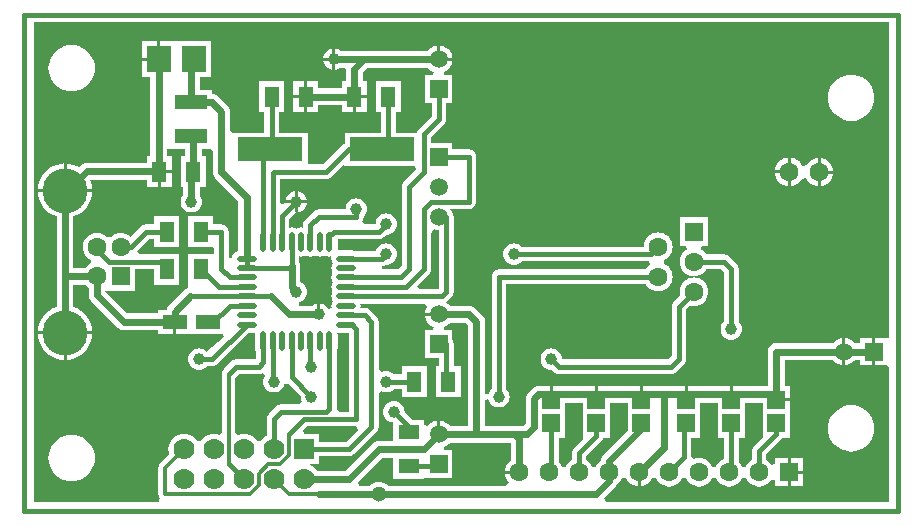
<source format=gbl>
%FSLAX25Y25*%
%MOIN*%
G70*
G01*
G75*
G04 Layer_Physical_Order=2*
G04 Layer_Color=16711680*
%ADD10C,0.01600*%
%ADD11C,0.02400*%
%ADD12C,0.05906*%
%ADD13R,0.05906X0.05906*%
%ADD14C,0.14961*%
%ADD15R,0.06299X0.06299*%
%ADD16C,0.06299*%
%ADD17C,0.07000*%
%ADD18R,0.07000X0.07000*%
%ADD19R,0.05906X0.05906*%
%ADD20R,0.06299X0.06299*%
%ADD21C,0.05118*%
%ADD22C,0.03937*%
%ADD23C,0.03937*%
%ADD24R,0.05906X0.06299*%
%ADD25R,0.05118X0.07087*%
%ADD26R,0.07087X0.05118*%
%ADD27R,0.10630X0.05118*%
%ADD28R,0.21654X0.07874*%
%ADD29O,0.06496X0.02165*%
%ADD30O,0.02165X0.06496*%
%ADD31R,0.07874X0.04724*%
%ADD32R,0.07874X0.08661*%
%ADD33C,0.01200*%
G36*
X276405Y242770D02*
X277083Y242070D01*
X277018Y241992D01*
X276687Y241372D01*
X276483Y240700D01*
X276414Y240000D01*
X276483Y239300D01*
X276687Y238628D01*
X277018Y238008D01*
X277465Y237464D01*
X278008Y237018D01*
X278628Y236687D01*
X279300Y236483D01*
X280000Y236414D01*
X280699Y236483D01*
X281372Y236687D01*
X281992Y237018D01*
X282536Y237464D01*
X282981Y238008D01*
X283313Y238628D01*
X283471Y239150D01*
X283916Y239261D01*
X284914Y239163D01*
X288929Y235148D01*
X288914Y235000D01*
X288983Y234300D01*
X289187Y233628D01*
X289282Y233450D01*
X288665Y232421D01*
X282500D01*
X281873Y232338D01*
X281290Y232096D01*
X280788Y231712D01*
X278288Y229212D01*
X277904Y228710D01*
X277662Y228127D01*
X277579Y227500D01*
Y221989D01*
X277153Y221761D01*
X276376Y221124D01*
X275739Y220347D01*
X275600Y220087D01*
X274400D01*
X274261Y220347D01*
X273624Y221124D01*
X272847Y221761D01*
X271961Y222235D01*
X271000Y222526D01*
X270000Y222625D01*
X269000Y222526D01*
X268183Y222278D01*
X267219Y222993D01*
Y241296D01*
X268503Y242579D01*
X275000D01*
X275626Y242662D01*
X276207Y242902D01*
X276405Y242770D01*
D02*
G37*
G36*
X303774Y311963D02*
Y311963D01*
X303774Y311963D01*
X326972D01*
X327431Y310854D01*
X323288Y306712D01*
X322904Y306210D01*
X322662Y305627D01*
X322579Y305000D01*
Y278503D01*
X321497Y277421D01*
X316218D01*
X316139Y278618D01*
X316650Y278685D01*
X317234Y278927D01*
X317249Y278939D01*
X317500Y278914D01*
X318199Y278983D01*
X318872Y279187D01*
X319492Y279519D01*
X320036Y279964D01*
X320481Y280508D01*
X320813Y281128D01*
X321017Y281801D01*
X321086Y282500D01*
X321017Y283200D01*
X320813Y283872D01*
X320481Y284492D01*
X320036Y285035D01*
X319492Y285482D01*
X318872Y285813D01*
X318199Y286017D01*
X317500Y286086D01*
X316800Y286017D01*
X316128Y285813D01*
X315508Y285482D01*
X314965Y285035D01*
X314518Y284492D01*
X314187Y283872D01*
X314057Y283444D01*
X307367D01*
X306901Y283637D01*
X306201Y283729D01*
X301870D01*
X301227Y284341D01*
X301229Y284370D01*
X301229Y284370D01*
X301229D01*
Y287579D01*
X315000D01*
X315627Y287662D01*
X316210Y287904D01*
X316712Y288288D01*
X316712Y288288D01*
X316712Y288288D01*
X317352Y288929D01*
X317500Y288914D01*
X318199Y288983D01*
X318872Y289187D01*
X319492Y289518D01*
X320036Y289965D01*
X320481Y290508D01*
X320813Y291128D01*
X321017Y291800D01*
X321086Y292500D01*
X321017Y293199D01*
X320813Y293872D01*
X320481Y294492D01*
X320036Y295036D01*
X319492Y295481D01*
X318872Y295813D01*
X318199Y296017D01*
X317500Y296086D01*
X316800Y296017D01*
X316128Y295813D01*
X315508Y295481D01*
X314965Y295036D01*
X314518Y294492D01*
X314187Y293872D01*
X313983Y293199D01*
X313914Y292500D01*
X313842Y292421D01*
X309903D01*
X309372Y293497D01*
X309596Y293790D01*
X309838Y294373D01*
X309838Y294373D01*
Y294373D01*
X310482Y295508D01*
X310482Y295508D01*
X310482D01*
X310813Y296128D01*
X311017Y296800D01*
X311086Y297500D01*
X311017Y298200D01*
X310813Y298872D01*
X310482Y299492D01*
X310035Y300036D01*
X309492Y300482D01*
X308872Y300813D01*
X308200Y301017D01*
X307500Y301086D01*
X306801Y301017D01*
X306128Y300813D01*
X305508Y300482D01*
X304964Y300036D01*
X304519Y299492D01*
X304187Y298872D01*
X303983Y298200D01*
X303914Y297500D01*
X303842Y297421D01*
X295000D01*
X294373Y297338D01*
X293790Y297096D01*
X293288Y296712D01*
X290513Y293936D01*
X290128Y293435D01*
X289886Y292851D01*
X289804Y292224D01*
Y291334D01*
X289075Y291407D01*
X289075D01*
D01*
X289075Y291407D01*
Y291407D01*
D01*
D01*
D01*
X288374Y291314D01*
X287722Y291044D01*
X287500Y290874D01*
X287278Y291044D01*
X286626Y291314D01*
X286626D01*
X285925Y291407D01*
D01*
D01*
D01*
X285925Y291407D01*
D01*
D01*
D01*
X285925D01*
X285196Y291334D01*
Y294273D01*
X287352Y296429D01*
X287000Y296463D01*
Y299500D01*
X283963D01*
X283927Y299873D01*
X282963Y299159D01*
X282047Y299538D01*
Y307579D01*
X297500D01*
X298127Y307662D01*
X298710Y307904D01*
X299212Y308288D01*
X299212Y308288D01*
X299212Y308288D01*
X303146Y312223D01*
X303774Y311963D01*
D02*
G37*
G36*
X485000Y307500D02*
Y254553D01*
X484553D01*
Y254553D01*
X480500D01*
Y249999D01*
Y245447D01*
X484553D01*
D01*
X484553D01*
X485000Y245000D01*
Y200000D01*
X390562D01*
X390103Y201109D01*
X393769Y204775D01*
X394217Y205360D01*
X394217Y205360D01*
D01*
D01*
X395146Y206429D01*
X395146Y206429D01*
X395146D01*
X395740Y207152D01*
X396172Y207959D01*
X397372D01*
X397803Y207152D01*
X398397Y206429D01*
X399120Y205835D01*
X399945Y205394D01*
X400841Y205122D01*
X401272Y205080D01*
Y209804D01*
X402272D01*
Y205080D01*
X402703Y205122D01*
X403598Y205394D01*
X404423Y205835D01*
X405146Y206429D01*
X405740Y207152D01*
X406172Y207959D01*
X407372D01*
X407803Y207152D01*
X408397Y206429D01*
X409120Y205835D01*
X409945Y205394D01*
X410841Y205122D01*
X411772Y205031D01*
X412703Y205122D01*
X413598Y205394D01*
X414423Y205835D01*
X415146Y206429D01*
X415740Y207152D01*
X416172Y207959D01*
X417372D01*
X417803Y207152D01*
X418397Y206429D01*
X419120Y205835D01*
X419945Y205394D01*
X420841Y205122D01*
X421772Y205031D01*
X422703Y205122D01*
X423598Y205394D01*
X424423Y205835D01*
X425146Y206429D01*
X425740Y207152D01*
X426172Y207959D01*
X427372D01*
X427803Y207152D01*
X428397Y206429D01*
X429120Y205835D01*
X429945Y205394D01*
X430840Y205122D01*
X431772Y205031D01*
X432703Y205122D01*
X433598Y205394D01*
X434423Y205835D01*
X435146Y206429D01*
X435740Y207152D01*
X436172Y207959D01*
X437372D01*
X437803Y207152D01*
X438397Y206429D01*
X439120Y205835D01*
X439945Y205394D01*
X440840Y205122D01*
X441772Y205031D01*
X442703Y205122D01*
X443598Y205394D01*
X444423Y205835D01*
X445146Y206429D01*
X445740Y207152D01*
X445858Y207373D01*
X447022Y207081D01*
Y205054D01*
X451272D01*
Y209802D01*
Y214553D01*
X447022D01*
Y212525D01*
X445858Y212234D01*
X445740Y212455D01*
X445146Y213178D01*
X444423Y213772D01*
X444192Y213895D01*
Y215769D01*
X449212Y220788D01*
X449596Y221290D01*
X449606Y221313D01*
X452053D01*
Y229187D01*
Y233437D01*
X447499D01*
Y234437D01*
X452053D01*
Y238687D01*
X450324D01*
Y247176D01*
X466428D01*
X466765Y246765D01*
X467458Y246196D01*
X468249Y245774D01*
X469107Y245513D01*
X469500Y245475D01*
Y249999D01*
Y254525D01*
X469107Y254487D01*
X468249Y254226D01*
X467458Y253804D01*
X466765Y253235D01*
X466428Y252824D01*
X447500D01*
X446769Y252728D01*
X446088Y252446D01*
X445503Y251997D01*
Y251997D01*
X445054Y251412D01*
X444855Y250930D01*
X444772Y250731D01*
X444676Y250000D01*
Y238687D01*
X442947D01*
Y238533D01*
X437053D01*
Y238687D01*
X433000D01*
Y233936D01*
X432000D01*
Y238687D01*
X427947D01*
Y238533D01*
X422053D01*
Y238687D01*
X418000D01*
Y233936D01*
X417000D01*
Y238687D01*
X412947D01*
Y238533D01*
X407053D01*
Y238687D01*
X403000D01*
Y233936D01*
X402000D01*
Y238687D01*
X397947D01*
Y238533D01*
X392053D01*
Y238687D01*
X388000D01*
Y233936D01*
X387000D01*
Y238687D01*
X382947D01*
Y238533D01*
X377053D01*
Y238687D01*
X373000D01*
Y233936D01*
X372000D01*
Y238687D01*
X367947D01*
Y238498D01*
X367478Y238437D01*
X367278Y238354D01*
X366797Y238155D01*
X366212Y237706D01*
X364775Y236269D01*
X364326Y235684D01*
X364126Y235202D01*
X364044Y235003D01*
X363947Y234272D01*
Y226170D01*
X363102Y225324D01*
X350324D01*
Y234032D01*
X351511Y234208D01*
X351687Y233628D01*
X352018Y233008D01*
X352465Y232465D01*
X353008Y232018D01*
X353628Y231687D01*
X354300Y231483D01*
X355000Y231414D01*
X355699Y231483D01*
X356372Y231687D01*
X356992Y232018D01*
X357536Y232465D01*
X357981Y233008D01*
X358313Y233628D01*
X358517Y234300D01*
X358586Y235000D01*
X358517Y235700D01*
X358313Y236372D01*
X357981Y236992D01*
X357536Y237536D01*
X357421Y237630D01*
Y272579D01*
X404097D01*
X404221Y272348D01*
X404814Y271625D01*
X405538Y271032D01*
X406363Y270591D01*
X407258Y270319D01*
X408189Y270227D01*
X409120Y270319D01*
X410015Y270591D01*
X410841Y271032D01*
X411564Y271625D01*
X412157Y272348D01*
X412598Y273174D01*
X412870Y274069D01*
X412962Y275000D01*
X412870Y275931D01*
X412598Y276826D01*
X412157Y277652D01*
X411564Y278375D01*
X410841Y278968D01*
X410033Y279400D01*
Y280600D01*
X410841Y281032D01*
X411564Y281625D01*
X412157Y282348D01*
X412598Y283174D01*
X412870Y284069D01*
X412962Y285000D01*
X412870Y285931D01*
X412598Y286826D01*
X412157Y287651D01*
X411564Y288375D01*
X410841Y288968D01*
X410015Y289409D01*
X409120Y289681D01*
X408189Y289773D01*
X407258Y289681D01*
X406363Y289409D01*
X405538Y288968D01*
X404814Y288375D01*
X404221Y287651D01*
X403780Y286826D01*
X403508Y285931D01*
X403416Y285000D01*
X403344Y284921D01*
X362630D01*
X362536Y285035D01*
X361992Y285482D01*
X361372Y285813D01*
X360700Y286017D01*
X360000Y286086D01*
X359300Y286017D01*
X358628Y285813D01*
X358008Y285482D01*
X357465Y285035D01*
X357018Y284492D01*
X356687Y283872D01*
X356483Y283200D01*
X356414Y282500D01*
X356483Y281801D01*
X356687Y281128D01*
X357018Y280508D01*
X357465Y279964D01*
X358008Y279519D01*
X358628Y279187D01*
X359300Y278983D01*
X360000Y278914D01*
X360700Y278983D01*
X361372Y279187D01*
X361992Y279519D01*
X362536Y279964D01*
X362630Y280079D01*
X404944D01*
X405448Y279136D01*
X405514Y278949D01*
X404814Y278375D01*
X404221Y277652D01*
X404097Y277421D01*
X355000D01*
X354374Y277338D01*
X353790Y277096D01*
X353288Y276712D01*
X352904Y276210D01*
X352662Y275626D01*
X352579Y275000D01*
Y237630D01*
X352465Y237536D01*
X352018Y236992D01*
X351687Y236372D01*
X351511Y235792D01*
X350324Y235968D01*
Y260000D01*
X350228Y260731D01*
X349946Y261412D01*
X349497Y261997D01*
X346997Y264497D01*
X346412Y264946D01*
X345930Y265145D01*
X345731Y265228D01*
X345000Y265324D01*
X338572D01*
X338235Y265735D01*
X337542Y266304D01*
X337516Y266620D01*
X337637Y266714D01*
X339212Y268288D01*
X339212Y268288D01*
X339212Y268288D01*
X339596Y268790D01*
X339838Y269373D01*
X339921Y270000D01*
Y295000D01*
X339838Y295626D01*
X339596Y296210D01*
X339256Y296654D01*
X339227Y296751D01*
X338804Y297542D01*
X338822Y297579D01*
X345000D01*
X345626Y297662D01*
X346210Y297904D01*
X346712Y298288D01*
X347096Y298790D01*
X347338Y299374D01*
X347421Y300000D01*
Y315000D01*
X347338Y315627D01*
X347096Y316210D01*
X346712Y316712D01*
X346210Y317096D01*
X345626Y317338D01*
X345000Y317421D01*
X339553D01*
Y319553D01*
X332421D01*
Y321497D01*
X336712Y325788D01*
X336712Y325788D01*
X336712Y325788D01*
X337096Y326290D01*
X337338Y326873D01*
X337421Y327500D01*
Y332947D01*
X339553D01*
Y342053D01*
X336816D01*
X336640Y343240D01*
X336751Y343273D01*
X337542Y343696D01*
X338235Y344265D01*
X338804Y344958D01*
X339227Y345749D01*
X339487Y346607D01*
X339526Y347000D01*
X334999D01*
Y347499D01*
X334500D01*
Y352026D01*
X334107Y351987D01*
X333249Y351727D01*
X332458Y351304D01*
X331765Y350735D01*
X331428Y350324D01*
X302184D01*
X301992Y350482D01*
X301372Y350813D01*
X300699Y351017D01*
X300500Y351037D01*
Y347499D01*
Y343964D01*
X300699Y343983D01*
X301372Y344187D01*
X301992Y344518D01*
X302184Y344676D01*
X303630D01*
X303967Y344291D01*
Y340143D01*
X302632D01*
Y337824D01*
X294868D01*
Y340143D01*
X291209D01*
Y334999D01*
Y329857D01*
X294868D01*
Y332176D01*
X302632D01*
Y329857D01*
X306291D01*
Y335001D01*
X306790D01*
Y335500D01*
X310950D01*
Y340143D01*
X309615D01*
Y343122D01*
X311170Y344676D01*
X331428D01*
X331765Y344265D01*
X332458Y343696D01*
X333249Y343273D01*
X333360Y343240D01*
X333184Y342053D01*
X330447D01*
Y332947D01*
X332579D01*
Y328503D01*
X328288Y324212D01*
X327904Y323710D01*
X327662Y323127D01*
X327650Y323037D01*
X320629D01*
Y329857D01*
X322368D01*
Y340143D01*
X314050D01*
Y329857D01*
X315788D01*
Y323037D01*
X303774D01*
Y319584D01*
X303288Y319212D01*
X296497Y312421D01*
X291226D01*
Y323037D01*
X281712D01*
Y329857D01*
X283450D01*
Y340143D01*
X275132D01*
Y329857D01*
X276871D01*
Y323037D01*
X266372D01*
Y323037D01*
X266173D01*
X265324Y323886D01*
Y330000D01*
X265228Y330731D01*
X265145Y330930D01*
X264946Y331412D01*
X264497Y331997D01*
X261288Y335206D01*
X260703Y335654D01*
X260222Y335854D01*
X260022Y335937D01*
X259415Y336017D01*
Y337368D01*
X255324D01*
Y341569D01*
X258943D01*
Y353431D01*
X247868D01*
D01*
D01*
X247868Y353431D01*
X247131D01*
Y353431D01*
X242094D01*
Y347499D01*
X241596D01*
Y347000D01*
X236057D01*
Y341569D01*
X238770D01*
Y315143D01*
X237632D01*
Y313021D01*
X217697D01*
X216966Y312925D01*
X216567Y312759D01*
X216285Y312643D01*
X215700Y312194D01*
X215021Y311515D01*
X214529Y311816D01*
X213208Y312363D01*
X211819Y312697D01*
X210894Y312770D01*
Y304201D01*
X219463D01*
X219390Y305126D01*
X219056Y306515D01*
X218750Y307256D01*
X218867Y307373D01*
X237632D01*
Y304857D01*
X241291D01*
Y310001D01*
X241790D01*
Y310500D01*
X245950D01*
Y315143D01*
X244419D01*
Y317632D01*
X245585D01*
Y317632D01*
X250384D01*
Y315143D01*
X249050D01*
Y304857D01*
X249676D01*
Y302184D01*
X249518Y301992D01*
X249187Y301372D01*
X248983Y300699D01*
X248914Y300000D01*
X248983Y299301D01*
X249187Y298628D01*
X249518Y298008D01*
X249964Y297464D01*
X250508Y297019D01*
X251128Y296687D01*
X251800Y296483D01*
X252500Y296414D01*
X253200Y296483D01*
X253872Y296687D01*
X254492Y297019D01*
X255035Y297464D01*
X255482Y298008D01*
X255813Y298628D01*
X256017Y299301D01*
X256086Y300000D01*
X256017Y300699D01*
X255813Y301372D01*
X255482Y301992D01*
X255324Y302184D01*
Y304857D01*
X257368D01*
Y315143D01*
X256033D01*
Y317632D01*
X258827D01*
X259676Y316784D01*
Y310000D01*
X259772Y309269D01*
X259855Y309070D01*
X260054Y308588D01*
X260503Y308003D01*
X268140Y300366D01*
Y283643D01*
X268099Y283637D01*
X267446Y283367D01*
X266886Y282937D01*
X266456Y282377D01*
X266186Y281724D01*
X266118Y281212D01*
X264921Y281290D01*
Y290000D01*
X264838Y290627D01*
X264596Y291210D01*
X264212Y291712D01*
X263710Y292096D01*
X263126Y292338D01*
X262500Y292421D01*
X262500Y292421D01*
X259868D01*
Y295143D01*
X251550D01*
Y284857D01*
X259868D01*
D01*
X259868D01*
X260079Y284645D01*
Y282643D01*
X259868D01*
Y282643D01*
X251550D01*
Y272357D01*
X251550D01*
Y271179D01*
X251356Y271153D01*
X250675Y270871D01*
X250090Y270422D01*
X244991Y265324D01*
X244542Y264739D01*
X244343Y264257D01*
X244260Y264058D01*
X244248Y263962D01*
X241451D01*
Y262824D01*
X231170D01*
X223887Y270107D01*
Y270329D01*
X224187D01*
Y270329D01*
X233687D01*
Y277579D01*
X240132D01*
Y272357D01*
X248450D01*
Y282643D01*
X240132D01*
Y282421D01*
X234912D01*
X234453Y283529D01*
X238503Y287579D01*
X240132D01*
Y284857D01*
X248450D01*
Y295143D01*
X240132D01*
Y292421D01*
X237500D01*
X236874Y292338D01*
X236290Y292096D01*
X235788Y291712D01*
X232370Y288293D01*
X232312Y288296D01*
X231589Y288890D01*
X230763Y289331D01*
X229868Y289602D01*
X228937Y289694D01*
X228006Y289602D01*
X227111Y289331D01*
X226286Y288890D01*
X225562Y288296D01*
X224438D01*
X223714Y288890D01*
X222889Y289331D01*
X221994Y289602D01*
X221063Y289694D01*
X220132Y289602D01*
X219237Y289331D01*
X218411Y288890D01*
X217688Y288296D01*
X217095Y287573D01*
X216654Y286748D01*
X216382Y285852D01*
X216290Y284921D01*
X216382Y283990D01*
X216654Y283095D01*
X217095Y282270D01*
X217688Y281546D01*
X218411Y280953D01*
X219072Y280600D01*
Y279400D01*
X218411Y279047D01*
X217688Y278453D01*
X217236Y277903D01*
X213218D01*
Y295042D01*
X214529Y295585D01*
X215747Y296332D01*
X216834Y297260D01*
X217762Y298347D01*
X218509Y299566D01*
X219056Y300886D01*
X219390Y302276D01*
X219463Y303201D01*
X201325D01*
X201397Y302276D01*
X201731Y300886D01*
X202278Y299566D01*
X203025Y298347D01*
X203953Y297260D01*
X205040Y296332D01*
X206259Y295585D01*
X207570Y295042D01*
Y275000D01*
Y264958D01*
X206259Y264415D01*
X205040Y263668D01*
X203953Y262740D01*
X203025Y261653D01*
X202278Y260434D01*
X201731Y259114D01*
X201397Y257724D01*
X201325Y256799D01*
X219463D01*
X219390Y257724D01*
X219056Y259114D01*
X218509Y260434D01*
X217762Y261653D01*
X216834Y262740D01*
X215747Y263668D01*
X214529Y264415D01*
X213218Y264958D01*
Y272255D01*
X217236D01*
X217688Y271704D01*
X218239Y271252D01*
Y268937D01*
X218335Y268206D01*
X218418Y268007D01*
X218617Y267525D01*
X219066Y266940D01*
X228003Y258003D01*
X228588Y257554D01*
X229070Y257355D01*
X229269Y257272D01*
X230000Y257176D01*
X241451D01*
Y256038D01*
X246488D01*
Y260001D01*
X247488D01*
Y256038D01*
X263035D01*
X263494Y254929D01*
X263473Y254908D01*
X257536Y250036D01*
X256992Y250482D01*
X256372Y250813D01*
X255699Y251017D01*
X255000Y251086D01*
X254300Y251017D01*
X253628Y250813D01*
X253008Y250482D01*
X252465Y250036D01*
X252018Y249492D01*
X251687Y248872D01*
X251483Y248200D01*
X251414Y247500D01*
X251483Y246800D01*
X251687Y246128D01*
X252018Y245508D01*
X252465Y244965D01*
X253008Y244518D01*
X253628Y244187D01*
X254300Y243983D01*
X255000Y243914D01*
X255699Y243983D01*
X256372Y244187D01*
X256992Y244518D01*
X257536Y244965D01*
X257630Y245079D01*
X259488D01*
X260115Y245162D01*
X260699Y245404D01*
X261200Y245788D01*
X271682Y256271D01*
X273130D01*
X273830Y256363D01*
X273830Y256363D01*
X273771Y255630D01*
X273770Y255630D01*
X273771D01*
Y251299D01*
X273863Y250599D01*
X274056Y250133D01*
Y247479D01*
X273997Y247421D01*
X267500D01*
X266874Y247338D01*
X266290Y247096D01*
X265788Y246712D01*
X263288Y244212D01*
X262904Y243710D01*
X262662Y243127D01*
X262579Y242500D01*
X262662Y241874D01*
X262781Y241586D01*
Y222993D01*
X261817Y222278D01*
X261000Y222526D01*
X260000Y222625D01*
X259000Y222526D01*
X258039Y222235D01*
X257153Y221761D01*
X256376Y221124D01*
X255739Y220347D01*
X255600Y220087D01*
X254400D01*
X254261Y220347D01*
X253624Y221124D01*
X252847Y221761D01*
X251961Y222235D01*
X251000Y222526D01*
X250000Y222625D01*
X249000Y222526D01*
X248039Y222235D01*
X247153Y221761D01*
X246376Y221124D01*
X245739Y220347D01*
X245265Y219461D01*
X244974Y218500D01*
X244875Y217500D01*
X244974Y216500D01*
X245181Y215819D01*
X242181Y212819D01*
X241828Y212359D01*
X241607Y211824D01*
X241531Y211250D01*
X241531Y211250D01*
Y202500D01*
X241607Y201926D01*
X241828Y201391D01*
X242069Y201076D01*
X241668Y200263D01*
X241467Y200000D01*
X200000D01*
Y360000D01*
X485000D01*
Y307500D01*
D02*
G37*
G36*
X308087Y224010D02*
X303997Y219921D01*
X295100D01*
Y222600D01*
X290091D01*
X289632Y223709D01*
X291003Y225079D01*
X307500D01*
X307556Y225087D01*
X308087Y224010D01*
D02*
G37*
G36*
X334107Y290513D02*
X335000Y290425D01*
X335079Y290353D01*
Y271003D01*
X334923Y270846D01*
X328337D01*
X327878Y271955D01*
X331712Y275788D01*
X331712Y275788D01*
X331712Y275788D01*
X332096Y276290D01*
X332338Y276873D01*
X332421Y277500D01*
Y289223D01*
X333124Y290539D01*
X333385Y290732D01*
X334107Y290513D01*
D02*
G37*
G36*
X297171Y282027D02*
X297823Y281756D01*
X298524Y281664D01*
X299224Y281756D01*
X299224Y281756D01*
X299164Y281024D01*
D01*
X299164Y281024D01*
X299164D01*
X299256Y280323D01*
X299527Y279671D01*
X299697Y279449D01*
X299527Y279227D01*
X299256Y278574D01*
X299164Y277874D01*
X299256Y277174D01*
X299527Y276521D01*
X299697Y276299D01*
X299527Y276077D01*
X299256Y275425D01*
X299164Y274724D01*
X299256Y274024D01*
X299527Y273372D01*
X299697Y273150D01*
X299527Y272928D01*
X299256Y272275D01*
X299164Y271575D01*
X299256Y270875D01*
X299527Y270222D01*
X299697Y270000D01*
X299527Y269778D01*
X299256Y269126D01*
X299164Y268425D01*
X299256Y267725D01*
X299527Y267072D01*
X299697Y266850D01*
X299527Y266629D01*
X299256Y265976D01*
X299164Y265276D01*
X299250Y264623D01*
X298108Y264256D01*
X297982Y264492D01*
X297535Y265036D01*
X296992Y265481D01*
X296372Y265813D01*
X295700Y266017D01*
X295500Y266037D01*
Y262499D01*
X294500D01*
Y266037D01*
X294301Y266017D01*
X293628Y265813D01*
X293008Y265481D01*
X292816Y265324D01*
X288468D01*
X288292Y266511D01*
X288872Y266687D01*
X289492Y267019D01*
X290036Y267464D01*
X290481Y268008D01*
X290813Y268628D01*
X291017Y269301D01*
X291086Y270000D01*
X291017Y270700D01*
X290813Y271372D01*
X290481Y271992D01*
X290036Y272535D01*
X289492Y272982D01*
X288872Y273313D01*
X288749Y273350D01*
Y278425D01*
X288653Y279156D01*
X288371Y279837D01*
X288346Y279870D01*
Y281737D01*
X289075Y281664D01*
X289075D01*
D01*
X289075Y281664D01*
Y281664D01*
D01*
D01*
D01*
X289775Y281756D01*
X290428Y282027D01*
X290650Y282197D01*
X290872Y282027D01*
X291524Y281756D01*
X292224Y281664D01*
X292925Y281756D01*
X293577Y282027D01*
X293799Y282197D01*
X294021Y282027D01*
X294674Y281756D01*
X295374Y281664D01*
X296074Y281756D01*
X296727Y282027D01*
X296949Y282197D01*
X297171Y282027D01*
D02*
G37*
G36*
X301870Y256271D02*
X301870D01*
X305079D01*
Y229921D01*
X301709D01*
X300918Y230823D01*
X300944Y231024D01*
Y250133D01*
X301137Y250599D01*
X301229Y251299D01*
Y255630D01*
X301229Y255630D01*
X301229Y255630D01*
X301170Y256363D01*
X301870Y256271D01*
D02*
G37*
G36*
X331048Y265163D02*
X331161Y264975D01*
X330773Y264251D01*
X330513Y263392D01*
X330474Y263000D01*
X335001D01*
Y262000D01*
X330474D01*
X330513Y261608D01*
X330773Y260749D01*
X331196Y259958D01*
X331765Y259265D01*
X332458Y258696D01*
X333249Y258274D01*
X333360Y258240D01*
X333184Y257053D01*
X330447D01*
Y247947D01*
X335079D01*
Y245143D01*
X334050D01*
Y234857D01*
X342368D01*
Y245143D01*
X339921D01*
Y252500D01*
X339838Y253127D01*
X339596Y253710D01*
X339553Y253767D01*
Y257053D01*
X336816D01*
X336640Y258240D01*
X336751Y258274D01*
X337542Y258696D01*
X338235Y259265D01*
X338572Y259676D01*
X343830D01*
X344676Y258830D01*
Y225324D01*
X338572D01*
X338235Y225735D01*
X337542Y226304D01*
X336751Y226727D01*
X335893Y226987D01*
X335500Y227026D01*
Y222499D01*
X334500D01*
Y227026D01*
X334107Y226987D01*
X333249Y226727D01*
X332458Y226304D01*
X331765Y225735D01*
X331273Y225135D01*
X330510Y225408D01*
X330143Y225604D01*
Y227368D01*
X326056D01*
X323571Y229852D01*
X323586Y230000D01*
X323517Y230699D01*
X323313Y231372D01*
X322982Y231992D01*
X322535Y232536D01*
X321992Y232981D01*
X321372Y233313D01*
X320700Y233517D01*
X320000Y233586D01*
X319301Y233517D01*
X318628Y233313D01*
X318008Y232981D01*
X317464Y232536D01*
X317019Y231992D01*
X316687Y231372D01*
X316483Y230699D01*
X316414Y230000D01*
X316483Y229300D01*
X316687Y228628D01*
X317019Y228008D01*
X317464Y227465D01*
X318008Y227018D01*
X318628Y226687D01*
X319301Y226483D01*
X319857Y226428D01*
Y220324D01*
X315000D01*
X314269Y220228D01*
X314070Y220145D01*
X313588Y219946D01*
X313003Y219497D01*
X303830Y210324D01*
X294273D01*
X294261Y210347D01*
X293624Y211124D01*
X292847Y211761D01*
X291961Y212235D01*
X291986Y212400D01*
X295100D01*
Y215079D01*
X305000D01*
X305627Y215162D01*
X306210Y215404D01*
X306712Y215788D01*
X306712Y215788D01*
X306712Y215788D01*
X314212Y223288D01*
X314596Y223790D01*
X314838Y224374D01*
X314921Y225000D01*
X314921Y225000D01*
X314921Y225000D01*
Y225000D01*
Y236165D01*
X315950Y236782D01*
X316128Y236687D01*
X316800Y236483D01*
X317500Y236414D01*
X318199Y236483D01*
X318872Y236687D01*
X319492Y237018D01*
X320036Y237464D01*
X320130Y237579D01*
X322632D01*
Y234857D01*
X330950D01*
Y245143D01*
X322632D01*
Y242421D01*
X320130D01*
X320036Y242535D01*
X319492Y242982D01*
X318872Y243313D01*
X318199Y243517D01*
X317500Y243586D01*
X316800Y243517D01*
X316128Y243313D01*
X315950Y243218D01*
X314921Y243835D01*
Y260000D01*
X314838Y260627D01*
X314596Y261210D01*
X314212Y261712D01*
X312086Y263838D01*
X311584Y264222D01*
X311001Y264464D01*
X310374Y264547D01*
X308834D01*
X308907Y265276D01*
Y265276D01*
D01*
X308907Y265276D01*
X308907D01*
D01*
D01*
D01*
X308814Y265976D01*
X308834Y266004D01*
X330023D01*
X331048Y265163D01*
D02*
G37*
G36*
X442947Y229187D02*
Y221371D01*
X440060Y218483D01*
X439675Y217982D01*
X439433Y217398D01*
X439351Y216772D01*
Y213895D01*
X439120Y213772D01*
X438397Y213178D01*
X437803Y212455D01*
X437372Y211647D01*
X436172D01*
X435740Y212455D01*
X435146Y213178D01*
X434921Y213363D01*
Y221313D01*
X437053D01*
Y229187D01*
Y232885D01*
X442947D01*
Y229187D01*
D02*
G37*
G36*
X427947D02*
Y221313D01*
X430079D01*
Y214253D01*
X429945Y214212D01*
X429120Y213772D01*
X428397Y213178D01*
X427803Y212455D01*
X427372Y211647D01*
X426172D01*
X425740Y212455D01*
X425146Y213178D01*
X424423Y213772D01*
X423598Y214212D01*
X422703Y214484D01*
X421772Y214576D01*
X420841Y214484D01*
X420156Y214277D01*
X419192Y214991D01*
Y221313D01*
X422053D01*
Y229187D01*
Y232885D01*
X427947D01*
Y229187D01*
D02*
G37*
G36*
X358947Y219559D02*
Y213630D01*
X358397Y213178D01*
X357803Y212455D01*
X357362Y211630D01*
X357091Y210734D01*
X357048Y210303D01*
X361773D01*
Y209303D01*
X357048D01*
X357091Y208872D01*
X357362Y207977D01*
X357803Y207152D01*
X358397Y206429D01*
X357491Y205324D01*
X318063D01*
X317955Y205455D01*
X317322Y205975D01*
X316599Y206361D01*
X315815Y206599D01*
X315000Y206679D01*
X314185Y206599D01*
X313401Y206361D01*
X312678Y205975D01*
X312045Y205455D01*
X311937Y205324D01*
X308386D01*
X307927Y206433D01*
X316170Y214676D01*
X319857D01*
Y207632D01*
X330143D01*
Y207947D01*
X330447D01*
Y207947D01*
X339553D01*
Y217053D01*
X336816D01*
X336640Y218240D01*
X336751Y218273D01*
X337542Y218696D01*
X338235Y219265D01*
X338572Y219676D01*
X358830D01*
X358947Y219559D01*
D02*
G37*
G36*
X397947Y229187D02*
Y223733D01*
X389775Y215560D01*
X389326Y214975D01*
X389126Y214493D01*
X389044Y214294D01*
X388957Y213638D01*
X388397Y213178D01*
X387803Y212455D01*
X387372Y211647D01*
X386172D01*
X385740Y212455D01*
X385146Y213178D01*
X384423Y213772D01*
X384192Y213895D01*
Y215060D01*
X389212Y220080D01*
X389596Y220581D01*
X389838Y221165D01*
X389855Y221290D01*
X389858Y221313D01*
X392053D01*
Y229187D01*
Y232885D01*
X397947D01*
Y229187D01*
D02*
G37*
G36*
X382947D02*
Y221313D01*
X382947Y221313D01*
X382947D01*
X383138Y220853D01*
X380060Y217775D01*
X379675Y217273D01*
X379433Y216689D01*
X379351Y216063D01*
Y213895D01*
X379120Y213772D01*
X378397Y213178D01*
X377803Y212455D01*
X377372Y211647D01*
X376172D01*
X375740Y212455D01*
X375146Y213178D01*
X374921Y213363D01*
Y221313D01*
X377053D01*
Y229187D01*
Y232885D01*
X382947D01*
Y229187D01*
D02*
G37*
%LPC*%
G36*
X420000Y274773D02*
X419069Y274681D01*
X418174Y274409D01*
X417348Y273968D01*
X416625Y273375D01*
X416032Y272652D01*
X415591Y271826D01*
X415319Y270931D01*
X415227Y270000D01*
X415319Y269069D01*
X415395Y268818D01*
X413288Y266712D01*
X412904Y266210D01*
X412662Y265627D01*
X412579Y265000D01*
Y248503D01*
X411497Y247421D01*
X376158D01*
X376086Y247500D01*
X376017Y248200D01*
X375813Y248872D01*
X375482Y249492D01*
X375036Y250036D01*
X374492Y250482D01*
X373872Y250813D01*
X373200Y251017D01*
X372500Y251086D01*
X371800Y251017D01*
X371128Y250813D01*
X370508Y250482D01*
X369965Y250036D01*
X369518Y249492D01*
X369187Y248872D01*
X368983Y248200D01*
X368914Y247500D01*
X368983Y246800D01*
X369187Y246128D01*
X369518Y245508D01*
X369965Y244965D01*
X370508Y244518D01*
X371128Y244187D01*
X371800Y243983D01*
X372500Y243914D01*
X373288Y243288D01*
D01*
X373288Y243288D01*
Y243288D01*
X373790Y242904D01*
X374374Y242662D01*
X375000Y242579D01*
X412500D01*
X413127Y242662D01*
X413710Y242904D01*
X414212Y243288D01*
X414212Y243288D01*
X414212Y243288D01*
X416712Y245788D01*
X417096Y246290D01*
X417338Y246873D01*
X417421Y247500D01*
Y263997D01*
X418819Y265395D01*
X419069Y265319D01*
X420000Y265227D01*
X420931Y265319D01*
X421826Y265591D01*
X422651Y266032D01*
X423375Y266625D01*
X423968Y267349D01*
X424409Y268174D01*
X424681Y269069D01*
X424773Y270000D01*
X424681Y270931D01*
X424409Y271826D01*
X423968Y272652D01*
X423375Y273375D01*
X422651Y273968D01*
X421826Y274409D01*
X420931Y274681D01*
X420000Y274773D01*
D02*
G37*
G36*
X424750Y294750D02*
X415250D01*
Y285250D01*
X417278D01*
X417569Y284086D01*
X417348Y283968D01*
X416625Y283375D01*
X416032Y282651D01*
X415591Y281826D01*
X415319Y280931D01*
X415227Y280000D01*
X415319Y279069D01*
X415591Y278174D01*
X416032Y277348D01*
X416625Y276625D01*
X417348Y276032D01*
X418174Y275591D01*
X419069Y275319D01*
X420000Y275227D01*
X420931Y275319D01*
X421826Y275591D01*
X422651Y276032D01*
X423375Y276625D01*
X423968Y277348D01*
X424092Y277579D01*
X428997D01*
X430079Y276497D01*
Y260130D01*
X429964Y260035D01*
X429519Y259492D01*
X429187Y258872D01*
X428983Y258200D01*
X428914Y257500D01*
X428983Y256801D01*
X429187Y256128D01*
X429519Y255508D01*
X429964Y254964D01*
X430508Y254519D01*
X431128Y254187D01*
X431801Y253983D01*
X432500Y253914D01*
X433200Y253983D01*
X433872Y254187D01*
X434492Y254519D01*
X435036Y254964D01*
X435482Y255508D01*
X435813Y256128D01*
X436017Y256801D01*
X436086Y257500D01*
X436017Y258200D01*
X435813Y258872D01*
X435482Y259492D01*
X435036Y260035D01*
X434921Y260130D01*
Y277500D01*
X434838Y278127D01*
X434596Y278710D01*
X434212Y279212D01*
X431712Y281712D01*
X431210Y282096D01*
X430626Y282338D01*
X430000Y282421D01*
X424092D01*
X423968Y282651D01*
X423375Y283375D01*
X422651Y283968D01*
X422431Y284086D01*
X422722Y285250D01*
X424750D01*
Y294750D01*
D02*
G37*
G36*
X212598Y222293D02*
X211390Y222198D01*
X210211Y221915D01*
X209091Y221451D01*
X208057Y220817D01*
X207135Y220030D01*
X206348Y219108D01*
X205714Y218074D01*
X205250Y216954D01*
X204967Y215776D01*
X204872Y214567D01*
X204967Y213358D01*
X205250Y212179D01*
X205714Y211059D01*
X206348Y210026D01*
X207135Y209104D01*
X208057Y208316D01*
X209091Y207683D01*
X210211Y207219D01*
X211390Y206936D01*
X212598Y206841D01*
X213807Y206936D01*
X214986Y207219D01*
X216106Y207683D01*
X217140Y208316D01*
X218062Y209104D01*
X218849Y210026D01*
X219482Y211059D01*
X219947Y212179D01*
X220230Y213358D01*
X220325Y214567D01*
X220230Y215776D01*
X219947Y216954D01*
X219482Y218074D01*
X218849Y219108D01*
X218062Y220030D01*
X217140Y220817D01*
X216106Y221451D01*
X214986Y221915D01*
X213807Y222198D01*
X212598Y222293D01*
D02*
G37*
G36*
X456521Y209303D02*
X452272D01*
Y205054D01*
X456521D01*
Y209303D01*
D02*
G37*
G36*
Y214553D02*
X452272D01*
Y210303D01*
X456521D01*
Y214553D01*
D02*
G37*
G36*
X472441Y232136D02*
X471232Y232041D01*
X470053Y231757D01*
X468933Y231294D01*
X467900Y230660D01*
X466978Y229873D01*
X466190Y228951D01*
X465557Y227917D01*
X465093Y226797D01*
X464810Y225618D01*
X464715Y224410D01*
X464810Y223201D01*
X465093Y222022D01*
X465557Y220902D01*
X466190Y219868D01*
X466978Y218946D01*
X467900Y218159D01*
X468933Y217525D01*
X470053Y217061D01*
X471232Y216778D01*
X472441Y216683D01*
X473650Y216778D01*
X474828Y217061D01*
X475948Y217525D01*
X476982Y218159D01*
X477904Y218946D01*
X478692Y219868D01*
X479325Y220902D01*
X479789Y222022D01*
X480072Y223201D01*
X480167Y224410D01*
X480072Y225618D01*
X479789Y226797D01*
X479325Y227917D01*
X478692Y228951D01*
X477904Y229873D01*
X476982Y230660D01*
X475948Y231294D01*
X474828Y231757D01*
X473650Y232041D01*
X472441Y232136D01*
D02*
G37*
G36*
X209894Y255799D02*
X201325D01*
X201397Y254874D01*
X201731Y253485D01*
X202278Y252164D01*
X203025Y250945D01*
X203953Y249859D01*
X205040Y248930D01*
X206259Y248184D01*
X207579Y247637D01*
X208969Y247303D01*
X209894Y247230D01*
Y255799D01*
D02*
G37*
G36*
X479500Y254553D02*
X475447D01*
Y252824D01*
X473572D01*
X473235Y253235D01*
X472542Y253804D01*
X471751Y254226D01*
X470892Y254487D01*
X470500Y254525D01*
Y249999D01*
Y245475D01*
X470892Y245513D01*
X471751Y245774D01*
X472542Y246196D01*
X473235Y246765D01*
X473572Y247176D01*
X475447D01*
Y245447D01*
X479500D01*
Y249999D01*
Y254553D01*
D02*
G37*
G36*
X219463Y255799D02*
X210894D01*
Y247230D01*
X211819Y247303D01*
X213208Y247637D01*
X214529Y248184D01*
X215747Y248930D01*
X216834Y249859D01*
X217762Y250945D01*
X218509Y252164D01*
X219056Y253485D01*
X219390Y254874D01*
X219463Y255799D01*
D02*
G37*
G36*
X310950Y334500D02*
X307291D01*
Y329857D01*
X310950D01*
Y334500D01*
D02*
G37*
G36*
X290209Y340143D02*
X286550D01*
Y335500D01*
X290209D01*
Y340143D01*
D02*
G37*
G36*
X472441Y342372D02*
X471232Y342277D01*
X470053Y341994D01*
X468933Y341530D01*
X467900Y340896D01*
X466978Y340109D01*
X466190Y339187D01*
X465557Y338153D01*
X465093Y337033D01*
X464810Y335854D01*
X464715Y334646D01*
X464810Y333437D01*
X465093Y332258D01*
X465557Y331138D01*
X466190Y330104D01*
X466978Y329182D01*
X467900Y328395D01*
X468933Y327762D01*
X470053Y327298D01*
X471232Y327015D01*
X472441Y326920D01*
X473650Y327015D01*
X474828Y327298D01*
X475948Y327762D01*
X476982Y328395D01*
X477904Y329182D01*
X478692Y330104D01*
X479325Y331138D01*
X479789Y332258D01*
X480072Y333437D01*
X480167Y334646D01*
X480072Y335854D01*
X479789Y337033D01*
X479325Y338153D01*
X478692Y339187D01*
X477904Y340109D01*
X476982Y340896D01*
X475948Y341530D01*
X474828Y341994D01*
X473650Y342277D01*
X472441Y342372D01*
D02*
G37*
G36*
X290209Y334500D02*
X286550D01*
Y329857D01*
X290209D01*
Y334500D01*
D02*
G37*
G36*
X212598Y352214D02*
X211390Y352119D01*
X210211Y351836D01*
X209091Y351372D01*
X208057Y350739D01*
X207135Y349951D01*
X206348Y349029D01*
X205714Y347996D01*
X205250Y346876D01*
X204967Y345697D01*
X204872Y344488D01*
X204967Y343280D01*
X205250Y342101D01*
X205714Y340981D01*
X206348Y339947D01*
X207135Y339025D01*
X208057Y338238D01*
X209091Y337604D01*
X210211Y337140D01*
X211390Y336857D01*
X212598Y336762D01*
X213807Y336857D01*
X214986Y337140D01*
X216106Y337604D01*
X217140Y338238D01*
X218062Y339025D01*
X218849Y339947D01*
X219482Y340981D01*
X219947Y342101D01*
X220230Y343280D01*
X220325Y344488D01*
X220230Y345697D01*
X219947Y346876D01*
X219482Y347996D01*
X218849Y349029D01*
X218062Y349951D01*
X217140Y350739D01*
X216106Y351372D01*
X214986Y351836D01*
X213807Y352119D01*
X212598Y352214D01*
D02*
G37*
G36*
X299500Y351037D02*
X299301Y351017D01*
X298628Y350813D01*
X298008Y350482D01*
X297464Y350036D01*
X297019Y349492D01*
X296687Y348872D01*
X296483Y348200D01*
X296463Y348000D01*
X299500D01*
Y351037D01*
D02*
G37*
G36*
X335500Y352026D02*
Y348000D01*
X339526D01*
X339487Y348393D01*
X339227Y349251D01*
X338804Y350042D01*
X338235Y350735D01*
X337542Y351304D01*
X336751Y351727D01*
X335893Y351987D01*
X335500Y352026D01*
D02*
G37*
G36*
X299500Y347000D02*
X296463D01*
X296483Y346800D01*
X296687Y346128D01*
X297019Y345508D01*
X297464Y344965D01*
X298008Y344518D01*
X298628Y344187D01*
X299301Y343983D01*
X299500Y343964D01*
Y347000D01*
D02*
G37*
G36*
X241094Y353431D02*
X236057D01*
Y348000D01*
X241094D01*
Y353431D01*
D02*
G37*
G36*
X451350Y314723D02*
X450919Y314681D01*
X450024Y314409D01*
X449199Y313968D01*
X448476Y313375D01*
X447882Y312651D01*
X447441Y311826D01*
X447169Y310931D01*
X447127Y310500D01*
X451350D01*
Y314723D01*
D02*
G37*
G36*
X288000Y303537D02*
Y300500D01*
X291037D01*
X291017Y300699D01*
X290813Y301372D01*
X290481Y301992D01*
X290036Y302536D01*
X289492Y302981D01*
X288872Y303313D01*
X288199Y303517D01*
X288000Y303537D01*
D02*
G37*
G36*
X209894Y312770D02*
X208969Y312697D01*
X207579Y312363D01*
X206259Y311816D01*
X205040Y311070D01*
X203953Y310141D01*
X203025Y309055D01*
X202278Y307836D01*
X201731Y306515D01*
X201397Y305126D01*
X201325Y304201D01*
X209894D01*
Y312770D01*
D02*
G37*
G36*
X291037Y299500D02*
X288000D01*
Y296463D01*
X288199Y296483D01*
X288872Y296687D01*
X289492Y297019D01*
X290036Y297464D01*
X290481Y298008D01*
X290813Y298628D01*
X291017Y299301D01*
X291037Y299500D01*
D02*
G37*
G36*
X287000Y303537D02*
X286801Y303517D01*
X286128Y303313D01*
X285508Y302981D01*
X284964Y302536D01*
X284519Y301992D01*
X284187Y301372D01*
X283983Y300699D01*
X283963Y300500D01*
X287000D01*
Y303537D01*
D02*
G37*
G36*
X245950Y309500D02*
X242291D01*
Y304857D01*
X245950D01*
Y309500D01*
D02*
G37*
G36*
X451350Y309500D02*
X447127D01*
X447169Y309069D01*
X447441Y308174D01*
X447882Y307348D01*
X448476Y306625D01*
X449199Y306032D01*
X450024Y305591D01*
X450919Y305319D01*
X451350Y305277D01*
Y309500D01*
D02*
G37*
G36*
X462272Y314527D02*
Y310303D01*
X466495D01*
X466453Y310734D01*
X466181Y311630D01*
X465740Y312455D01*
X465146Y313178D01*
X464423Y313772D01*
X463598Y314212D01*
X462703Y314484D01*
X462272Y314527D01*
D02*
G37*
G36*
X452350Y314723D02*
Y309999D01*
Y305277D01*
X452781Y305319D01*
X453677Y305591D01*
X454502Y306032D01*
X455225Y306625D01*
X455819Y307348D01*
X455921Y307540D01*
X457362Y307977D01*
X457803Y307152D01*
X458397Y306429D01*
X459120Y305835D01*
X459945Y305394D01*
X460841Y305122D01*
X461272Y305080D01*
Y309802D01*
Y314527D01*
X460841Y314484D01*
X459945Y314212D01*
X459120Y313772D01*
X458397Y313178D01*
X457803Y312455D01*
X457701Y312264D01*
X456260Y311826D01*
X455819Y312651D01*
X455225Y313375D01*
X454502Y313968D01*
X453677Y314409D01*
X452781Y314681D01*
X452350Y314723D01*
D02*
G37*
G36*
X466495Y309303D02*
X462272D01*
Y305080D01*
X462703Y305122D01*
X463598Y305394D01*
X464423Y305835D01*
X465146Y306429D01*
X465740Y307152D01*
X466181Y307977D01*
X466453Y308872D01*
X466495Y309303D01*
D02*
G37*
%LPD*%
D10*
X447500Y226063D02*
X447500Y226063D01*
X447500Y222500D02*
Y226063D01*
X416772Y225335D02*
X417500Y226063D01*
X295000Y295000D02*
X307500D01*
X432500Y257500D02*
Y277500D01*
X430000Y280000D02*
X432500Y277500D01*
X420000Y280000D02*
X430000D01*
X405689Y282500D02*
X408189Y285000D01*
X360000Y282500D02*
X405689D01*
X355000Y275000D02*
X408189D01*
X412500Y245000D02*
X415000Y247500D01*
X375000Y245000D02*
X412500D01*
X415000Y247500D02*
Y265000D01*
X420000Y270000D01*
X298524Y286535D02*
Y288524D01*
X300000Y290000D01*
X315000D01*
X317500Y292500D01*
X355000Y235000D02*
Y275000D01*
X387500Y221791D02*
Y224291D01*
X381772Y216063D02*
X387500Y221791D01*
X372500Y247500D02*
X375000Y245000D01*
X270965Y277874D02*
X285374D01*
X270965Y268425D02*
X279075D01*
X306024Y258976D02*
X307500Y257500D01*
X304035Y258976D02*
X306024D01*
X307500Y295000D02*
Y297500D01*
X292224Y292224D02*
X295000Y295000D01*
X292224Y286535D02*
Y292224D01*
X316024Y281024D02*
X317500Y282500D01*
X304035Y281024D02*
X316024D01*
X330000Y310000D02*
Y322500D01*
X325000Y305000D02*
X330000Y310000D01*
X325000Y277500D02*
Y305000D01*
X322500Y275000D02*
X325000Y277500D01*
X304311Y275000D02*
X322500D01*
X304035Y274724D02*
X304311Y275000D01*
X337500Y315000D02*
X345000D01*
Y300000D02*
Y315000D01*
X332500Y300000D02*
X345000D01*
X330000Y297500D02*
X332500Y300000D01*
X330000Y277500D02*
Y297500D01*
X324075Y271575D02*
X330000Y277500D01*
X304035Y271575D02*
X324075D01*
X337500Y270000D02*
Y295000D01*
X335925Y268425D02*
X337500Y270000D01*
X304035Y268425D02*
X335925D01*
X282776Y295276D02*
X287500Y300000D01*
X282776Y286535D02*
Y295276D01*
X252500Y309291D02*
X253209Y310000D01*
X285925Y278425D02*
Y286535D01*
X325000Y223209D02*
Y225000D01*
X320000Y230000D02*
X325000Y225000D01*
X255000Y247500D02*
X259488D01*
X270965Y258976D01*
X279626Y240374D02*
Y253465D01*
X317500Y240000D02*
X317500Y240000D01*
X326791D01*
X285925Y241575D02*
X292500Y235000D01*
X285925Y241575D02*
Y253465D01*
X292224Y245276D02*
X292500Y245000D01*
X292224Y245276D02*
Y253465D01*
X307500Y227500D02*
Y257500D01*
X290000Y227500D02*
X307500D01*
X285000Y222500D02*
X290000Y227500D01*
X297500Y230000D02*
X298524Y231024D01*
Y253465D01*
X280000Y227500D02*
X282500Y230000D01*
X280000Y217500D02*
Y227500D01*
X312500Y225000D02*
Y260000D01*
X310374Y262126D02*
X312500Y260000D01*
X304035Y262126D02*
X310374D01*
X305000Y217500D02*
X312500Y225000D01*
X290000Y217500D02*
X305000D01*
X282500Y230000D02*
X297500D01*
X267500Y245000D02*
X275000D01*
X276476Y246476D01*
Y253465D01*
X265000Y242500D02*
X267500Y245000D01*
X265000Y212500D02*
X270000Y207500D01*
X270965Y277874D02*
Y281024D01*
X237500Y290000D02*
X244291D01*
X232421Y284921D02*
X237500Y290000D01*
X228937Y284921D02*
X232421D01*
X255709Y290000D02*
X262500D01*
X262500Y290000D01*
Y277500D02*
Y290000D01*
Y277500D02*
X265276Y274724D01*
X270965D01*
X255709Y277500D02*
X261634Y271575D01*
X270965D01*
X225000Y280000D02*
X241791D01*
X221063Y283937D02*
X225000Y280000D01*
X221063Y283937D02*
Y284921D01*
X252087Y268425D02*
X270965D01*
X259488Y259488D02*
X265276Y265276D01*
X270965D01*
X305000Y317500D02*
X316201D01*
X297500Y310000D02*
X305000Y317500D01*
X280000Y310000D02*
X297500D01*
X279626Y309626D02*
X280000Y310000D01*
X279626Y286535D02*
Y309626D01*
X276476Y315177D02*
X278799Y317500D01*
X276476Y286535D02*
Y315177D01*
X316201Y317500D02*
X318209Y319508D01*
Y335000D01*
X278799Y317500D02*
X279291Y317992D01*
Y335000D01*
X252500Y321791D02*
X253209Y321083D01*
X337500Y240709D02*
X338209Y240000D01*
X337500Y240709D02*
Y252500D01*
X325000Y211791D02*
X325709Y212500D01*
X372500Y210532D02*
Y224291D01*
X371772Y209803D02*
X372500Y210532D01*
X381772Y209803D02*
Y216063D01*
X416772Y214803D02*
Y225335D01*
X411772Y209803D02*
X416772Y214803D01*
X432500Y210532D02*
Y224291D01*
X431772Y209803D02*
X432500Y210532D01*
X441772Y216772D02*
X447500Y222500D01*
X441772Y209803D02*
Y216772D01*
X325000Y211791D02*
X334291D01*
X335000Y212500D01*
X330000Y322500D02*
X335000Y327500D01*
Y337500D01*
X488189Y196850D02*
Y362205D01*
X196850Y196850D02*
Y362205D01*
Y196850D02*
X488189D01*
X196850Y362205D02*
X488189D01*
D11*
X315000Y202500D02*
X387500D01*
X295000D02*
X315000D01*
X285925Y271575D02*
Y278425D01*
Y271575D02*
X287500Y270000D01*
X285000Y262500D02*
X295000D01*
X279075Y268425D02*
X285000Y262500D01*
X470000Y250000D02*
X480000D01*
X447500Y250000D02*
X447500Y250000D01*
X447500Y235709D02*
Y250000D01*
X432500Y235709D02*
X447500D01*
X345000Y262500D02*
X347500Y260000D01*
X337500Y262500D02*
X345000D01*
X347500Y222500D02*
Y260000D01*
X337500Y222500D02*
X347500D01*
X300000Y347500D02*
X310000D01*
X252500Y300000D02*
Y309291D01*
X290000Y207500D02*
X305000D01*
X315000Y217500D01*
X366772Y225000D02*
Y234272D01*
X364272Y222500D02*
X366772Y225000D01*
X230000Y260000D02*
X246988D01*
X221063Y268937D02*
X230000Y260000D01*
X246988Y263327D02*
X252087Y268425D01*
X246988Y260000D02*
Y263327D01*
X252500Y333209D02*
X259291D01*
X262500Y330000D01*
Y310000D02*
Y330000D01*
Y310000D02*
X270965Y301535D01*
Y281024D02*
Y301535D01*
X217697Y310197D02*
X241595D01*
X211201Y303701D02*
X217697Y310197D01*
X210394Y303701D02*
X211201D01*
X221063Y268937D02*
Y275079D01*
X210394Y275000D02*
Y303701D01*
Y256299D02*
Y275000D01*
X210472Y275079D01*
X221063D01*
X253209Y310000D02*
Y321083D01*
X252500Y333209D02*
Y346595D01*
X253405Y347500D01*
X241595Y310197D02*
X241791Y310000D01*
X241595Y310197D02*
Y347500D01*
X290709Y335000D02*
X306791D01*
X306791Y335000D01*
Y344291D01*
X310000Y347500D01*
X366772Y234272D02*
X368209Y235709D01*
X391772Y213563D02*
X402500Y224291D01*
X391772Y209803D02*
Y213563D01*
X310000Y347500D02*
X335000D01*
X368209Y235709D02*
X372500D01*
X387500D01*
X402500D01*
X417500D02*
X432500D01*
X402500D02*
X410000D01*
X401772Y209803D02*
X410000Y218032D01*
Y235709D02*
X417500D01*
X410000Y218032D02*
Y235709D01*
X391772Y206772D02*
Y209803D01*
X387500Y202500D02*
X391772Y206772D01*
X361772Y209803D02*
Y220728D01*
X360000Y222500D02*
X361772Y220728D01*
X347500Y222500D02*
X360000D01*
X364272D01*
X461575Y310000D02*
X461772Y309803D01*
X315000Y217500D02*
X330000D01*
X335000Y222500D01*
X447500Y250000D02*
X470000D01*
D12*
X335000Y222500D02*
D03*
Y262500D02*
D03*
Y295000D02*
D03*
Y305000D02*
D03*
Y347500D02*
D03*
X470000Y250000D02*
D03*
D13*
X335000Y212500D02*
D03*
Y252500D02*
D03*
Y315000D02*
D03*
Y337500D02*
D03*
D14*
X210394Y256299D02*
D03*
Y303701D02*
D03*
D15*
X228937Y275079D02*
D03*
D16*
Y284921D02*
D03*
X221063Y275079D02*
D03*
Y284921D02*
D03*
X420000Y280000D02*
D03*
Y270000D02*
D03*
X408189Y285000D02*
D03*
Y275000D02*
D03*
X411772Y209803D02*
D03*
X421772D02*
D03*
X431772D02*
D03*
X441772D02*
D03*
X401772D02*
D03*
X391772D02*
D03*
X381772D02*
D03*
X371772D02*
D03*
X361772D02*
D03*
X461772Y309803D02*
D03*
X451850Y310000D02*
D03*
D17*
X250000Y207500D02*
D03*
Y217500D02*
D03*
X260000Y207500D02*
D03*
Y217500D02*
D03*
X270000Y207500D02*
D03*
Y217500D02*
D03*
X280000Y207500D02*
D03*
Y217500D02*
D03*
X290000Y207500D02*
D03*
D18*
Y217500D02*
D03*
D19*
X480000Y250000D02*
D03*
D20*
X420000Y290000D02*
D03*
X451772Y209803D02*
D03*
D21*
X315000Y202500D02*
D03*
D22*
X360000Y282500D02*
D03*
X432500Y257500D02*
D03*
X355000Y235000D02*
D03*
X372500Y247500D02*
D03*
D23*
X317500Y292500D02*
D03*
X287500Y270000D02*
D03*
X295000Y262500D02*
D03*
X307500Y297500D02*
D03*
X317500Y282500D02*
D03*
X300000Y347500D02*
D03*
X287500Y300000D02*
D03*
X252500D02*
D03*
X320000Y230000D02*
D03*
X255000Y247500D02*
D03*
X280000Y240000D02*
D03*
X317500D02*
D03*
X292500Y235000D02*
D03*
Y245000D02*
D03*
D24*
X447500Y233937D02*
D03*
Y226063D02*
D03*
X432500Y233937D02*
D03*
Y226063D02*
D03*
X417500Y233937D02*
D03*
Y226063D02*
D03*
X402500Y233937D02*
D03*
Y226063D02*
D03*
X372500Y233937D02*
D03*
Y226063D02*
D03*
X387500Y233937D02*
D03*
Y226063D02*
D03*
D25*
X338209Y240000D02*
D03*
X326791D02*
D03*
X244291Y277500D02*
D03*
X255709D02*
D03*
X244291Y290000D02*
D03*
X255709D02*
D03*
X306791Y335000D02*
D03*
X318209D02*
D03*
X290709Y335000D02*
D03*
X279291D02*
D03*
X253209Y310000D02*
D03*
X241791D02*
D03*
D26*
X325000Y211791D02*
D03*
Y223209D02*
D03*
D27*
X252500Y333209D02*
D03*
Y321791D02*
D03*
D28*
X278799Y317500D02*
D03*
X316201D02*
D03*
D29*
X270965Y281024D02*
D03*
Y277874D02*
D03*
Y274724D02*
D03*
Y271575D02*
D03*
Y268425D02*
D03*
Y265276D02*
D03*
Y262126D02*
D03*
Y258976D02*
D03*
X304035D02*
D03*
Y262126D02*
D03*
Y265276D02*
D03*
Y268425D02*
D03*
Y271575D02*
D03*
Y274724D02*
D03*
Y277874D02*
D03*
Y281024D02*
D03*
D30*
X276476Y253465D02*
D03*
X279626D02*
D03*
X282776D02*
D03*
X285925D02*
D03*
X289075D02*
D03*
X292224D02*
D03*
X295374D02*
D03*
X298524D02*
D03*
Y286535D02*
D03*
X295374D02*
D03*
X292224D02*
D03*
X289075D02*
D03*
X285925D02*
D03*
X282776D02*
D03*
X279626D02*
D03*
X276476D02*
D03*
D31*
X246988Y260000D02*
D03*
X258012D02*
D03*
D32*
X241595Y347500D02*
D03*
X253405D02*
D03*
D33*
X243750Y211250D02*
X250000Y217500D01*
X243750Y202500D02*
Y211250D01*
Y202500D02*
X271930D01*
X274900Y205470D01*
Y209330D01*
X278170Y212600D01*
X282030D01*
X284900Y215470D01*
Y222400D01*
X285000Y222500D01*
Y202500D02*
X295000D01*
X280000Y207500D02*
X285000Y202500D01*
X265000Y212500D02*
Y242500D01*
M02*

</source>
